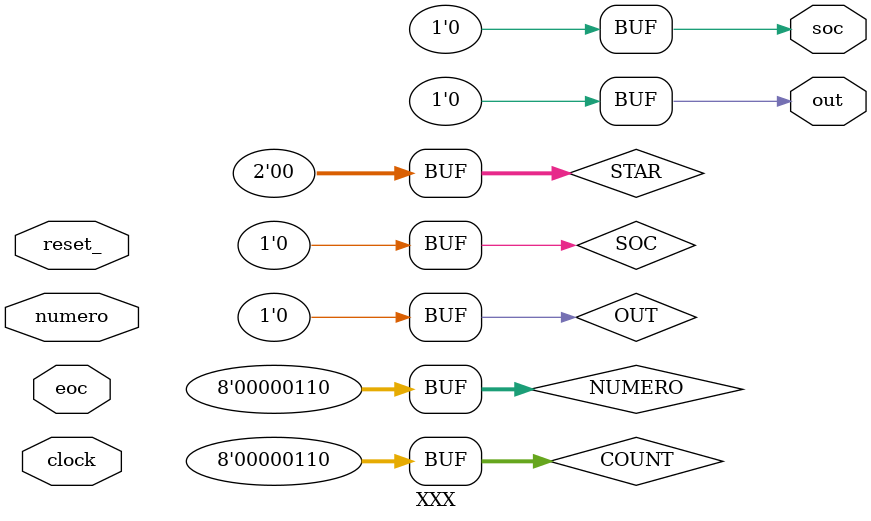
<source format=v>
module XXX(
  soc, eoc, numero,
  out, clock, reset_
);
    input      clock,reset_;
    input      eoc;
    output     soc,out;
    input[7:0] numero; 

    reg        SOC,OUT; 
    assign soc=SOC; 
    assign out=OUT;
    
    reg[7:0]   COUNT,NUMERO;

    reg[1:0]   STAR;    
    parameter S0=0,S1=1,S2=2,S3=3;

    always @(reset_==0) 
        begin 
            OUT<=0; 
            SOC<=0; 
            NUMERO<=6; 
            COUNT<=6; 
            STAR<=S0; 
        end 
        
    always @(posedge clock) if (reset_==1) #3
        casex(STAR)
            S0: 
                begin 
                    COUNT<=(COUNT==1)?NUMERO:(COUNT-1); 
                    OUT<=(COUNT==1)?1:0;
                    STAR<=(COUNT==1)?S1:S0; 
                end
            S1: 
                begin 
                    COUNT<=COUNT-1; 
                    SOC<=1; 
                    STAR<=(eoc==1)?S1:S2; 
                end
            S2: 
                begin 
                    COUNT<=COUNT-1; 
                    SOC<=0; 
                    NUMERO<=numero; 
                    STAR<=(eoc==0)?S2:S3; 
                end
            S3: 
                begin 
                    COUNT<=(COUNT==1)?NUMERO:(COUNT-1); 
                    OUT<=(COUNT==1)?0:1;
                    STAR<=(COUNT==1)?S0:S3; 
                end
        endcase
endmodule

</source>
